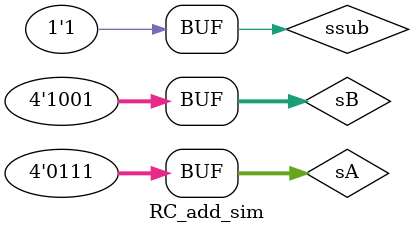
<source format=sv>
`timescale 1ns / 1ps


module RC_add_sim();

    logic [3:0]sA,sB;
    logic [4:0]sresult;
    logic ssub;
    
    RC_add UUT(.A(sA), .B(sB), .result(sresult), .sub(ssub));

    initial begin
            sA = 4'b0111;
            sB = 4'b0111;
            ssub = 0;
            #10;
            sA = 4'b1111;
            sB = 4'b0111;
            ssub = 0;
            #10;
            sA = 4'b0101;
            sB = 4'b0111;
            ssub = 0;
            #10;
            sA = 4'b0111;
            sB = 4'b1111;
            ssub = 0;
            #10;
            sA = 4'b0111;
            sB = 4'b1001;
            ssub = 0;
            #10;
            sA = 4'b0111;
            sB = 4'b1001;
            ssub = 1;
            
    end
endmodule

</source>
